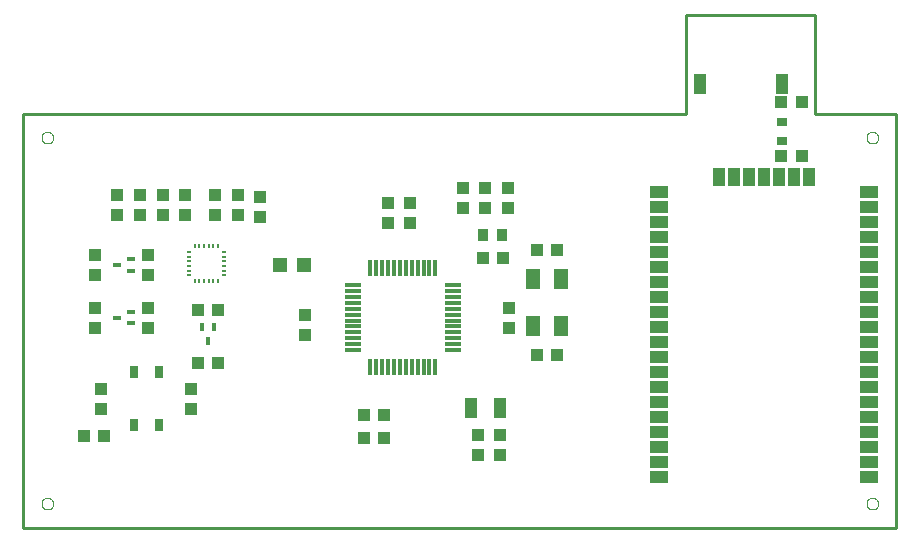
<source format=gtp>
G75*
%MOIN*%
%OFA0B0*%
%FSLAX25Y25*%
%IPPOS*%
%LPD*%
%AMOC8*
5,1,8,0,0,1.08239X$1,22.5*
%
%ADD10C,0.01000*%
%ADD11C,0.00000*%
%ADD12R,0.02559X0.01811*%
%ADD13R,0.01811X0.02559*%
%ADD14R,0.01181X0.05709*%
%ADD15R,0.05709X0.01181*%
%ADD16R,0.03937X0.07087*%
%ADD17R,0.03937X0.04331*%
%ADD18R,0.02756X0.03937*%
%ADD19R,0.03740X0.03937*%
%ADD20R,0.04331X0.03937*%
%ADD21R,0.04724X0.07087*%
%ADD22R,0.04724X0.04724*%
%ADD23R,0.00984X0.01772*%
%ADD24R,0.01772X0.00984*%
%ADD25R,0.06000X0.04000*%
%ADD26R,0.04000X0.06000*%
%ADD27R,0.04134X0.04252*%
%ADD28R,0.03543X0.03150*%
D10*
X0011500Y0010780D02*
X0011500Y0148780D01*
X0232500Y0148780D01*
X0232500Y0181780D01*
X0275500Y0181780D01*
X0275500Y0148780D01*
X0302500Y0148780D01*
X0302500Y0010780D01*
X0011500Y0010780D01*
D11*
X0017531Y0018780D02*
X0017533Y0018868D01*
X0017539Y0018956D01*
X0017549Y0019044D01*
X0017563Y0019132D01*
X0017580Y0019218D01*
X0017602Y0019304D01*
X0017627Y0019388D01*
X0017657Y0019472D01*
X0017689Y0019554D01*
X0017726Y0019634D01*
X0017766Y0019713D01*
X0017810Y0019790D01*
X0017857Y0019865D01*
X0017907Y0019937D01*
X0017961Y0020008D01*
X0018017Y0020075D01*
X0018077Y0020141D01*
X0018139Y0020203D01*
X0018205Y0020263D01*
X0018272Y0020319D01*
X0018343Y0020373D01*
X0018415Y0020423D01*
X0018490Y0020470D01*
X0018567Y0020514D01*
X0018646Y0020554D01*
X0018726Y0020591D01*
X0018808Y0020623D01*
X0018892Y0020653D01*
X0018976Y0020678D01*
X0019062Y0020700D01*
X0019148Y0020717D01*
X0019236Y0020731D01*
X0019324Y0020741D01*
X0019412Y0020747D01*
X0019500Y0020749D01*
X0019588Y0020747D01*
X0019676Y0020741D01*
X0019764Y0020731D01*
X0019852Y0020717D01*
X0019938Y0020700D01*
X0020024Y0020678D01*
X0020108Y0020653D01*
X0020192Y0020623D01*
X0020274Y0020591D01*
X0020354Y0020554D01*
X0020433Y0020514D01*
X0020510Y0020470D01*
X0020585Y0020423D01*
X0020657Y0020373D01*
X0020728Y0020319D01*
X0020795Y0020263D01*
X0020861Y0020203D01*
X0020923Y0020141D01*
X0020983Y0020075D01*
X0021039Y0020008D01*
X0021093Y0019937D01*
X0021143Y0019865D01*
X0021190Y0019790D01*
X0021234Y0019713D01*
X0021274Y0019634D01*
X0021311Y0019554D01*
X0021343Y0019472D01*
X0021373Y0019388D01*
X0021398Y0019304D01*
X0021420Y0019218D01*
X0021437Y0019132D01*
X0021451Y0019044D01*
X0021461Y0018956D01*
X0021467Y0018868D01*
X0021469Y0018780D01*
X0021467Y0018692D01*
X0021461Y0018604D01*
X0021451Y0018516D01*
X0021437Y0018428D01*
X0021420Y0018342D01*
X0021398Y0018256D01*
X0021373Y0018172D01*
X0021343Y0018088D01*
X0021311Y0018006D01*
X0021274Y0017926D01*
X0021234Y0017847D01*
X0021190Y0017770D01*
X0021143Y0017695D01*
X0021093Y0017623D01*
X0021039Y0017552D01*
X0020983Y0017485D01*
X0020923Y0017419D01*
X0020861Y0017357D01*
X0020795Y0017297D01*
X0020728Y0017241D01*
X0020657Y0017187D01*
X0020585Y0017137D01*
X0020510Y0017090D01*
X0020433Y0017046D01*
X0020354Y0017006D01*
X0020274Y0016969D01*
X0020192Y0016937D01*
X0020108Y0016907D01*
X0020024Y0016882D01*
X0019938Y0016860D01*
X0019852Y0016843D01*
X0019764Y0016829D01*
X0019676Y0016819D01*
X0019588Y0016813D01*
X0019500Y0016811D01*
X0019412Y0016813D01*
X0019324Y0016819D01*
X0019236Y0016829D01*
X0019148Y0016843D01*
X0019062Y0016860D01*
X0018976Y0016882D01*
X0018892Y0016907D01*
X0018808Y0016937D01*
X0018726Y0016969D01*
X0018646Y0017006D01*
X0018567Y0017046D01*
X0018490Y0017090D01*
X0018415Y0017137D01*
X0018343Y0017187D01*
X0018272Y0017241D01*
X0018205Y0017297D01*
X0018139Y0017357D01*
X0018077Y0017419D01*
X0018017Y0017485D01*
X0017961Y0017552D01*
X0017907Y0017623D01*
X0017857Y0017695D01*
X0017810Y0017770D01*
X0017766Y0017847D01*
X0017726Y0017926D01*
X0017689Y0018006D01*
X0017657Y0018088D01*
X0017627Y0018172D01*
X0017602Y0018256D01*
X0017580Y0018342D01*
X0017563Y0018428D01*
X0017549Y0018516D01*
X0017539Y0018604D01*
X0017533Y0018692D01*
X0017531Y0018780D01*
X0017531Y0140780D02*
X0017533Y0140868D01*
X0017539Y0140956D01*
X0017549Y0141044D01*
X0017563Y0141132D01*
X0017580Y0141218D01*
X0017602Y0141304D01*
X0017627Y0141388D01*
X0017657Y0141472D01*
X0017689Y0141554D01*
X0017726Y0141634D01*
X0017766Y0141713D01*
X0017810Y0141790D01*
X0017857Y0141865D01*
X0017907Y0141937D01*
X0017961Y0142008D01*
X0018017Y0142075D01*
X0018077Y0142141D01*
X0018139Y0142203D01*
X0018205Y0142263D01*
X0018272Y0142319D01*
X0018343Y0142373D01*
X0018415Y0142423D01*
X0018490Y0142470D01*
X0018567Y0142514D01*
X0018646Y0142554D01*
X0018726Y0142591D01*
X0018808Y0142623D01*
X0018892Y0142653D01*
X0018976Y0142678D01*
X0019062Y0142700D01*
X0019148Y0142717D01*
X0019236Y0142731D01*
X0019324Y0142741D01*
X0019412Y0142747D01*
X0019500Y0142749D01*
X0019588Y0142747D01*
X0019676Y0142741D01*
X0019764Y0142731D01*
X0019852Y0142717D01*
X0019938Y0142700D01*
X0020024Y0142678D01*
X0020108Y0142653D01*
X0020192Y0142623D01*
X0020274Y0142591D01*
X0020354Y0142554D01*
X0020433Y0142514D01*
X0020510Y0142470D01*
X0020585Y0142423D01*
X0020657Y0142373D01*
X0020728Y0142319D01*
X0020795Y0142263D01*
X0020861Y0142203D01*
X0020923Y0142141D01*
X0020983Y0142075D01*
X0021039Y0142008D01*
X0021093Y0141937D01*
X0021143Y0141865D01*
X0021190Y0141790D01*
X0021234Y0141713D01*
X0021274Y0141634D01*
X0021311Y0141554D01*
X0021343Y0141472D01*
X0021373Y0141388D01*
X0021398Y0141304D01*
X0021420Y0141218D01*
X0021437Y0141132D01*
X0021451Y0141044D01*
X0021461Y0140956D01*
X0021467Y0140868D01*
X0021469Y0140780D01*
X0021467Y0140692D01*
X0021461Y0140604D01*
X0021451Y0140516D01*
X0021437Y0140428D01*
X0021420Y0140342D01*
X0021398Y0140256D01*
X0021373Y0140172D01*
X0021343Y0140088D01*
X0021311Y0140006D01*
X0021274Y0139926D01*
X0021234Y0139847D01*
X0021190Y0139770D01*
X0021143Y0139695D01*
X0021093Y0139623D01*
X0021039Y0139552D01*
X0020983Y0139485D01*
X0020923Y0139419D01*
X0020861Y0139357D01*
X0020795Y0139297D01*
X0020728Y0139241D01*
X0020657Y0139187D01*
X0020585Y0139137D01*
X0020510Y0139090D01*
X0020433Y0139046D01*
X0020354Y0139006D01*
X0020274Y0138969D01*
X0020192Y0138937D01*
X0020108Y0138907D01*
X0020024Y0138882D01*
X0019938Y0138860D01*
X0019852Y0138843D01*
X0019764Y0138829D01*
X0019676Y0138819D01*
X0019588Y0138813D01*
X0019500Y0138811D01*
X0019412Y0138813D01*
X0019324Y0138819D01*
X0019236Y0138829D01*
X0019148Y0138843D01*
X0019062Y0138860D01*
X0018976Y0138882D01*
X0018892Y0138907D01*
X0018808Y0138937D01*
X0018726Y0138969D01*
X0018646Y0139006D01*
X0018567Y0139046D01*
X0018490Y0139090D01*
X0018415Y0139137D01*
X0018343Y0139187D01*
X0018272Y0139241D01*
X0018205Y0139297D01*
X0018139Y0139357D01*
X0018077Y0139419D01*
X0018017Y0139485D01*
X0017961Y0139552D01*
X0017907Y0139623D01*
X0017857Y0139695D01*
X0017810Y0139770D01*
X0017766Y0139847D01*
X0017726Y0139926D01*
X0017689Y0140006D01*
X0017657Y0140088D01*
X0017627Y0140172D01*
X0017602Y0140256D01*
X0017580Y0140342D01*
X0017563Y0140428D01*
X0017549Y0140516D01*
X0017539Y0140604D01*
X0017533Y0140692D01*
X0017531Y0140780D01*
X0292531Y0140780D02*
X0292533Y0140868D01*
X0292539Y0140956D01*
X0292549Y0141044D01*
X0292563Y0141132D01*
X0292580Y0141218D01*
X0292602Y0141304D01*
X0292627Y0141388D01*
X0292657Y0141472D01*
X0292689Y0141554D01*
X0292726Y0141634D01*
X0292766Y0141713D01*
X0292810Y0141790D01*
X0292857Y0141865D01*
X0292907Y0141937D01*
X0292961Y0142008D01*
X0293017Y0142075D01*
X0293077Y0142141D01*
X0293139Y0142203D01*
X0293205Y0142263D01*
X0293272Y0142319D01*
X0293343Y0142373D01*
X0293415Y0142423D01*
X0293490Y0142470D01*
X0293567Y0142514D01*
X0293646Y0142554D01*
X0293726Y0142591D01*
X0293808Y0142623D01*
X0293892Y0142653D01*
X0293976Y0142678D01*
X0294062Y0142700D01*
X0294148Y0142717D01*
X0294236Y0142731D01*
X0294324Y0142741D01*
X0294412Y0142747D01*
X0294500Y0142749D01*
X0294588Y0142747D01*
X0294676Y0142741D01*
X0294764Y0142731D01*
X0294852Y0142717D01*
X0294938Y0142700D01*
X0295024Y0142678D01*
X0295108Y0142653D01*
X0295192Y0142623D01*
X0295274Y0142591D01*
X0295354Y0142554D01*
X0295433Y0142514D01*
X0295510Y0142470D01*
X0295585Y0142423D01*
X0295657Y0142373D01*
X0295728Y0142319D01*
X0295795Y0142263D01*
X0295861Y0142203D01*
X0295923Y0142141D01*
X0295983Y0142075D01*
X0296039Y0142008D01*
X0296093Y0141937D01*
X0296143Y0141865D01*
X0296190Y0141790D01*
X0296234Y0141713D01*
X0296274Y0141634D01*
X0296311Y0141554D01*
X0296343Y0141472D01*
X0296373Y0141388D01*
X0296398Y0141304D01*
X0296420Y0141218D01*
X0296437Y0141132D01*
X0296451Y0141044D01*
X0296461Y0140956D01*
X0296467Y0140868D01*
X0296469Y0140780D01*
X0296467Y0140692D01*
X0296461Y0140604D01*
X0296451Y0140516D01*
X0296437Y0140428D01*
X0296420Y0140342D01*
X0296398Y0140256D01*
X0296373Y0140172D01*
X0296343Y0140088D01*
X0296311Y0140006D01*
X0296274Y0139926D01*
X0296234Y0139847D01*
X0296190Y0139770D01*
X0296143Y0139695D01*
X0296093Y0139623D01*
X0296039Y0139552D01*
X0295983Y0139485D01*
X0295923Y0139419D01*
X0295861Y0139357D01*
X0295795Y0139297D01*
X0295728Y0139241D01*
X0295657Y0139187D01*
X0295585Y0139137D01*
X0295510Y0139090D01*
X0295433Y0139046D01*
X0295354Y0139006D01*
X0295274Y0138969D01*
X0295192Y0138937D01*
X0295108Y0138907D01*
X0295024Y0138882D01*
X0294938Y0138860D01*
X0294852Y0138843D01*
X0294764Y0138829D01*
X0294676Y0138819D01*
X0294588Y0138813D01*
X0294500Y0138811D01*
X0294412Y0138813D01*
X0294324Y0138819D01*
X0294236Y0138829D01*
X0294148Y0138843D01*
X0294062Y0138860D01*
X0293976Y0138882D01*
X0293892Y0138907D01*
X0293808Y0138937D01*
X0293726Y0138969D01*
X0293646Y0139006D01*
X0293567Y0139046D01*
X0293490Y0139090D01*
X0293415Y0139137D01*
X0293343Y0139187D01*
X0293272Y0139241D01*
X0293205Y0139297D01*
X0293139Y0139357D01*
X0293077Y0139419D01*
X0293017Y0139485D01*
X0292961Y0139552D01*
X0292907Y0139623D01*
X0292857Y0139695D01*
X0292810Y0139770D01*
X0292766Y0139847D01*
X0292726Y0139926D01*
X0292689Y0140006D01*
X0292657Y0140088D01*
X0292627Y0140172D01*
X0292602Y0140256D01*
X0292580Y0140342D01*
X0292563Y0140428D01*
X0292549Y0140516D01*
X0292539Y0140604D01*
X0292533Y0140692D01*
X0292531Y0140780D01*
X0292531Y0018780D02*
X0292533Y0018868D01*
X0292539Y0018956D01*
X0292549Y0019044D01*
X0292563Y0019132D01*
X0292580Y0019218D01*
X0292602Y0019304D01*
X0292627Y0019388D01*
X0292657Y0019472D01*
X0292689Y0019554D01*
X0292726Y0019634D01*
X0292766Y0019713D01*
X0292810Y0019790D01*
X0292857Y0019865D01*
X0292907Y0019937D01*
X0292961Y0020008D01*
X0293017Y0020075D01*
X0293077Y0020141D01*
X0293139Y0020203D01*
X0293205Y0020263D01*
X0293272Y0020319D01*
X0293343Y0020373D01*
X0293415Y0020423D01*
X0293490Y0020470D01*
X0293567Y0020514D01*
X0293646Y0020554D01*
X0293726Y0020591D01*
X0293808Y0020623D01*
X0293892Y0020653D01*
X0293976Y0020678D01*
X0294062Y0020700D01*
X0294148Y0020717D01*
X0294236Y0020731D01*
X0294324Y0020741D01*
X0294412Y0020747D01*
X0294500Y0020749D01*
X0294588Y0020747D01*
X0294676Y0020741D01*
X0294764Y0020731D01*
X0294852Y0020717D01*
X0294938Y0020700D01*
X0295024Y0020678D01*
X0295108Y0020653D01*
X0295192Y0020623D01*
X0295274Y0020591D01*
X0295354Y0020554D01*
X0295433Y0020514D01*
X0295510Y0020470D01*
X0295585Y0020423D01*
X0295657Y0020373D01*
X0295728Y0020319D01*
X0295795Y0020263D01*
X0295861Y0020203D01*
X0295923Y0020141D01*
X0295983Y0020075D01*
X0296039Y0020008D01*
X0296093Y0019937D01*
X0296143Y0019865D01*
X0296190Y0019790D01*
X0296234Y0019713D01*
X0296274Y0019634D01*
X0296311Y0019554D01*
X0296343Y0019472D01*
X0296373Y0019388D01*
X0296398Y0019304D01*
X0296420Y0019218D01*
X0296437Y0019132D01*
X0296451Y0019044D01*
X0296461Y0018956D01*
X0296467Y0018868D01*
X0296469Y0018780D01*
X0296467Y0018692D01*
X0296461Y0018604D01*
X0296451Y0018516D01*
X0296437Y0018428D01*
X0296420Y0018342D01*
X0296398Y0018256D01*
X0296373Y0018172D01*
X0296343Y0018088D01*
X0296311Y0018006D01*
X0296274Y0017926D01*
X0296234Y0017847D01*
X0296190Y0017770D01*
X0296143Y0017695D01*
X0296093Y0017623D01*
X0296039Y0017552D01*
X0295983Y0017485D01*
X0295923Y0017419D01*
X0295861Y0017357D01*
X0295795Y0017297D01*
X0295728Y0017241D01*
X0295657Y0017187D01*
X0295585Y0017137D01*
X0295510Y0017090D01*
X0295433Y0017046D01*
X0295354Y0017006D01*
X0295274Y0016969D01*
X0295192Y0016937D01*
X0295108Y0016907D01*
X0295024Y0016882D01*
X0294938Y0016860D01*
X0294852Y0016843D01*
X0294764Y0016829D01*
X0294676Y0016819D01*
X0294588Y0016813D01*
X0294500Y0016811D01*
X0294412Y0016813D01*
X0294324Y0016819D01*
X0294236Y0016829D01*
X0294148Y0016843D01*
X0294062Y0016860D01*
X0293976Y0016882D01*
X0293892Y0016907D01*
X0293808Y0016937D01*
X0293726Y0016969D01*
X0293646Y0017006D01*
X0293567Y0017046D01*
X0293490Y0017090D01*
X0293415Y0017137D01*
X0293343Y0017187D01*
X0293272Y0017241D01*
X0293205Y0017297D01*
X0293139Y0017357D01*
X0293077Y0017419D01*
X0293017Y0017485D01*
X0292961Y0017552D01*
X0292907Y0017623D01*
X0292857Y0017695D01*
X0292810Y0017770D01*
X0292766Y0017847D01*
X0292726Y0017926D01*
X0292689Y0018006D01*
X0292657Y0018088D01*
X0292627Y0018172D01*
X0292602Y0018256D01*
X0292580Y0018342D01*
X0292563Y0018428D01*
X0292549Y0018516D01*
X0292539Y0018604D01*
X0292533Y0018692D01*
X0292531Y0018780D01*
D12*
X0047331Y0078811D03*
X0047331Y0082748D03*
X0042803Y0080780D03*
X0047331Y0096311D03*
X0047331Y0100248D03*
X0042803Y0098280D03*
D13*
X0071031Y0077611D03*
X0074969Y0077611D03*
X0073000Y0073083D03*
D14*
X0127173Y0064146D03*
X0129142Y0064146D03*
X0131110Y0064146D03*
X0133079Y0064146D03*
X0135047Y0064146D03*
X0137016Y0064146D03*
X0138984Y0064146D03*
X0140953Y0064146D03*
X0142921Y0064146D03*
X0144890Y0064146D03*
X0146858Y0064146D03*
X0148827Y0064146D03*
X0148827Y0097414D03*
X0146858Y0097414D03*
X0144890Y0097414D03*
X0142921Y0097414D03*
X0140953Y0097414D03*
X0138984Y0097414D03*
X0137016Y0097414D03*
X0135047Y0097414D03*
X0133079Y0097414D03*
X0131110Y0097414D03*
X0129142Y0097414D03*
X0127173Y0097414D03*
D15*
X0121366Y0091607D03*
X0121366Y0089638D03*
X0121366Y0087670D03*
X0121366Y0085701D03*
X0121366Y0083733D03*
X0121366Y0081764D03*
X0121366Y0079796D03*
X0121366Y0077827D03*
X0121366Y0075859D03*
X0121366Y0073890D03*
X0121366Y0071922D03*
X0121366Y0069953D03*
X0154634Y0069953D03*
X0154634Y0071922D03*
X0154634Y0073890D03*
X0154634Y0075859D03*
X0154634Y0077827D03*
X0154634Y0079796D03*
X0154634Y0081764D03*
X0154634Y0083733D03*
X0154634Y0085701D03*
X0154634Y0087670D03*
X0154634Y0089638D03*
X0154634Y0091607D03*
D16*
X0160579Y0050780D03*
X0170421Y0050780D03*
X0236941Y0158780D03*
X0264500Y0158780D03*
D17*
X0173000Y0124126D03*
X0165500Y0124126D03*
X0165500Y0117433D03*
X0173000Y0117433D03*
X0158000Y0117433D03*
X0158000Y0124126D03*
X0140500Y0119126D03*
X0140500Y0112433D03*
X0133000Y0112433D03*
X0133000Y0119126D03*
X0090500Y0121126D03*
X0083000Y0121626D03*
X0075500Y0121626D03*
X0065500Y0121626D03*
X0058000Y0121626D03*
X0050500Y0121626D03*
X0042677Y0121631D03*
X0042677Y0114938D03*
X0050500Y0114933D03*
X0058000Y0114933D03*
X0065500Y0114933D03*
X0075500Y0114933D03*
X0083000Y0114933D03*
X0090500Y0114433D03*
X0053000Y0101626D03*
X0053000Y0094933D03*
X0053000Y0084126D03*
X0053000Y0077433D03*
X0035500Y0077433D03*
X0035500Y0084126D03*
X0035500Y0094933D03*
X0035500Y0101626D03*
X0105500Y0081626D03*
X0105500Y0074933D03*
X0067500Y0057126D03*
X0067500Y0050433D03*
X0037500Y0050433D03*
X0037500Y0057126D03*
X0163000Y0041626D03*
X0170500Y0041626D03*
X0170500Y0034933D03*
X0163000Y0034933D03*
X0173500Y0077433D03*
X0173500Y0084126D03*
D18*
X0056732Y0062638D03*
X0048268Y0062638D03*
X0048268Y0044922D03*
X0056732Y0044922D03*
D19*
X0164850Y0108280D03*
X0171150Y0108280D03*
D20*
X0182654Y0103280D03*
X0189346Y0103280D03*
X0171346Y0100780D03*
X0164654Y0100780D03*
X0182654Y0068280D03*
X0189346Y0068280D03*
X0131846Y0048280D03*
X0125154Y0048280D03*
X0125154Y0040780D03*
X0131846Y0040780D03*
X0076346Y0065780D03*
X0069654Y0065780D03*
X0069654Y0083280D03*
X0076346Y0083280D03*
X0038346Y0041280D03*
X0031654Y0041280D03*
D21*
X0181276Y0077906D03*
X0190724Y0077906D03*
X0190724Y0093654D03*
X0181276Y0093654D03*
D22*
X0105134Y0098280D03*
X0096866Y0098280D03*
D23*
X0076437Y0092874D03*
X0074862Y0092874D03*
X0073287Y0092874D03*
X0071713Y0092874D03*
X0070138Y0092874D03*
X0068563Y0092874D03*
X0068563Y0104685D03*
X0070138Y0104685D03*
X0071713Y0104685D03*
X0073287Y0104685D03*
X0074862Y0104685D03*
X0076437Y0104685D03*
D24*
X0078406Y0102717D03*
X0078406Y0101142D03*
X0078406Y0099567D03*
X0078406Y0097992D03*
X0078406Y0096418D03*
X0078406Y0094843D03*
X0066594Y0094843D03*
X0066594Y0096418D03*
X0066594Y0097992D03*
X0066594Y0099567D03*
X0066594Y0101142D03*
X0066594Y0102717D03*
D25*
X0223500Y0102780D03*
X0223500Y0107780D03*
X0223500Y0112780D03*
X0223500Y0117780D03*
X0223500Y0122780D03*
X0223500Y0097780D03*
X0223500Y0092780D03*
X0223500Y0087780D03*
X0223500Y0082780D03*
X0223500Y0077780D03*
X0223500Y0072780D03*
X0223500Y0067780D03*
X0223500Y0062780D03*
X0223500Y0057780D03*
X0223500Y0052780D03*
X0223500Y0047780D03*
X0223500Y0042780D03*
X0223500Y0037780D03*
X0223500Y0032780D03*
X0223500Y0027780D03*
X0293500Y0027780D03*
X0293500Y0032780D03*
X0293500Y0037780D03*
X0293500Y0042780D03*
X0293500Y0047780D03*
X0293500Y0052780D03*
X0293500Y0057780D03*
X0293500Y0062780D03*
X0293500Y0067780D03*
X0293500Y0072780D03*
X0293500Y0077780D03*
X0293500Y0082780D03*
X0293500Y0087780D03*
X0293500Y0092780D03*
X0293500Y0097780D03*
X0293500Y0102780D03*
X0293500Y0107780D03*
X0293500Y0112780D03*
X0293500Y0117780D03*
X0293500Y0122780D03*
D26*
X0273500Y0127780D03*
X0268500Y0127780D03*
X0263500Y0127780D03*
X0258500Y0127780D03*
X0253500Y0127780D03*
X0248500Y0127780D03*
X0243500Y0127780D03*
D27*
X0264055Y0134780D03*
X0270945Y0134780D03*
X0270945Y0152780D03*
X0264055Y0152780D03*
D28*
X0264500Y0145929D03*
X0264500Y0139630D03*
M02*

</source>
